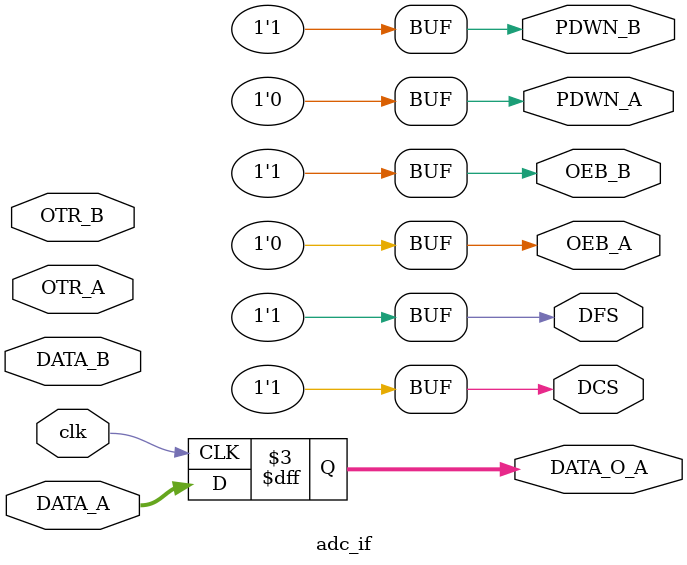
<source format=v>
`timescale 1ns / 1ps
module adc_if(
    input [11:0] DATA_A,
    input [11:0] DATA_B,
    input OTR_A,
    input OTR_B,
    output OEB_A,
    output OEB_B,
    output PDWN_A,
    output PDWN_B,
    output DCS,
    output DFS,
    input clk,
    output reg [11:0] DATA_O_A
    );

    initial begin
        DATA_O_A <= 0;
    end
    // 0: en 1: dis
    assign PDWN_A = 0;
    assign PDWN_B = 1;

    // 0: en 1: high-z
    assign OEB_A = 0;
    assign OEB_B = 1;

    // 1: en 0: dis duty cycle stabilizer
    assign DCS = 1;
    // 1: twos complement 0: offset binary
    assign DFS = 1;

    always @ (posedge clk) begin
        DATA_O_A <= DATA_A;
    end


endmodule

</source>
